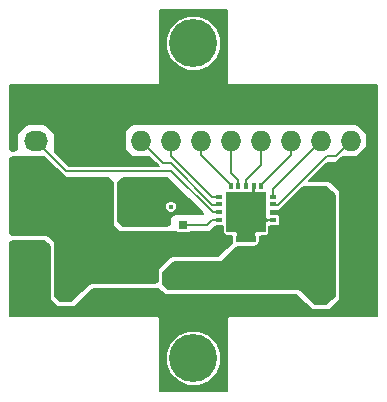
<source format=gtl>
G04 #@! TF.FileFunction,Copper,L1,Top,Signal*
%FSLAX46Y46*%
G04 Gerber Fmt 4.6, Leading zero omitted, Abs format (unit mm)*
G04 Created by KiCad (PCBNEW 4.0.2-stable) date Saturday, June 18, 2016 'PMt' 03:39:07 PM*
%MOMM*%
G01*
G04 APERTURE LIST*
%ADD10C,0.100000*%
%ADD11R,0.550000X0.400000*%
%ADD12R,0.400000X0.550000*%
%ADD13R,1.675000X1.675000*%
%ADD14R,1.600000X1.000000*%
%ADD15R,1.727200X1.727200*%
%ADD16O,1.727200X1.727200*%
%ADD17R,2.370000X2.430000*%
%ADD18R,0.750000X0.800000*%
%ADD19R,1.250000X1.000000*%
%ADD20R,2.032000X1.727200*%
%ADD21O,2.032000X1.727200*%
%ADD22C,4.064000*%
%ADD23C,0.400000*%
%ADD24C,0.200000*%
G04 APERTURE END LIST*
D10*
D11*
X93687900Y-39103300D03*
X93687900Y-38453300D03*
X93687900Y-37803300D03*
X93687900Y-37153300D03*
X93687900Y-36503300D03*
D12*
X92737900Y-35553300D03*
X92087900Y-35553300D03*
X91437900Y-35553300D03*
X90787900Y-35553300D03*
X90137900Y-35553300D03*
D11*
X89187900Y-36503300D03*
X89187900Y-37153300D03*
X89187900Y-37803300D03*
X89187900Y-38453300D03*
X89187900Y-39103300D03*
D12*
X90137900Y-40053300D03*
X90787900Y-40053300D03*
X91437900Y-40053300D03*
X92087900Y-40053300D03*
X92737900Y-40053300D03*
D13*
X90600400Y-36965800D03*
X90600400Y-38640800D03*
X92275400Y-36965800D03*
X92275400Y-38640800D03*
D14*
X79629000Y-42442000D03*
X79629000Y-45442000D03*
D15*
X100330000Y-36830000D03*
D16*
X97790000Y-36830000D03*
X100330000Y-39370000D03*
X97790000Y-39370000D03*
X100330000Y-41910000D03*
X97790000Y-41910000D03*
X100330000Y-44450000D03*
X97790000Y-44450000D03*
D17*
X83257000Y-37465000D03*
X77017000Y-37465000D03*
D18*
X86106000Y-38850000D03*
X86106000Y-37350000D03*
D19*
X85471000Y-43450000D03*
X85471000Y-45450000D03*
X87757000Y-43450000D03*
X87757000Y-45450000D03*
X90043000Y-43450000D03*
X90043000Y-45450000D03*
X92329000Y-43450000D03*
X92329000Y-45450000D03*
X94615000Y-43450000D03*
X94615000Y-45450000D03*
D15*
X73660000Y-44450000D03*
D16*
X76200000Y-44450000D03*
X73660000Y-41910000D03*
X76200000Y-41910000D03*
D20*
X73660000Y-29210000D03*
D21*
X73660000Y-31750000D03*
X73660000Y-34290000D03*
D15*
X82550000Y-29210000D03*
D16*
X82550000Y-31750000D03*
X85090000Y-29210000D03*
X85090000Y-31750000D03*
X87630000Y-29210000D03*
X87630000Y-31750000D03*
X90170000Y-29210000D03*
X90170000Y-31750000D03*
X92710000Y-29210000D03*
X92710000Y-31750000D03*
X95250000Y-29210000D03*
X95250000Y-31750000D03*
X97790000Y-29210000D03*
X97790000Y-31750000D03*
X100330000Y-29210000D03*
X100330000Y-31750000D03*
D22*
X86995000Y-23495000D03*
X86995000Y-50165000D03*
D23*
X85090000Y-37338000D03*
X92202000Y-38862000D03*
X91694000Y-38862000D03*
X91186000Y-38862000D03*
X90678000Y-38862000D03*
X92202000Y-36830000D03*
X91694000Y-36830000D03*
X91186000Y-36830000D03*
X90678000Y-36830000D03*
X91694000Y-38354000D03*
X91694000Y-37846000D03*
X91694000Y-37338000D03*
X91186000Y-37846000D03*
X92202000Y-37846000D03*
X92202000Y-38354000D03*
X91186000Y-38354000D03*
X90678000Y-38354000D03*
X90678000Y-37846000D03*
X92202000Y-37338000D03*
X91186000Y-37338000D03*
X90678000Y-37338000D03*
D24*
X88540000Y-38460000D02*
X88150000Y-38850000D01*
X88150000Y-38850000D02*
X86106000Y-38850000D01*
X89190000Y-38460000D02*
X88540000Y-38460000D01*
X85090000Y-34290000D02*
X76200000Y-34290000D01*
X88610000Y-37810000D02*
X85090000Y-34290000D01*
X89190000Y-37810000D02*
X88610000Y-37810000D01*
X73660000Y-31750000D02*
X76200000Y-34290000D01*
X85090000Y-33655000D02*
X84455000Y-33655000D01*
X84455000Y-33655000D02*
X82550000Y-31750000D01*
X88595000Y-37160000D02*
X85090000Y-33655000D01*
X89190000Y-37160000D02*
X88595000Y-37160000D01*
X85090000Y-33020000D02*
X85090000Y-31750000D01*
X88580000Y-36510000D02*
X85090000Y-33020000D01*
X89190000Y-36510000D02*
X88580000Y-36510000D01*
X90140000Y-35560000D02*
X90140000Y-35485000D01*
X90140000Y-35485000D02*
X87630000Y-32975000D01*
X87630000Y-32975000D02*
X87630000Y-31750000D01*
X90170000Y-34465000D02*
X90170000Y-31750000D01*
X90790000Y-35560000D02*
X90790000Y-35085000D01*
X90790000Y-35085000D02*
X90170000Y-34465000D01*
X92710000Y-33815000D02*
X92710000Y-31750000D01*
X91440000Y-35560000D02*
X91440000Y-35085000D01*
X91440000Y-35085000D02*
X92710000Y-33815000D01*
X92740000Y-35560000D02*
X92740000Y-35485000D01*
X92740000Y-35485000D02*
X95250000Y-32975000D01*
X95250000Y-32975000D02*
X95250000Y-31750000D01*
X93690000Y-36510000D02*
X93690000Y-35850000D01*
X93690000Y-35850000D02*
X97790000Y-31750000D01*
X98305000Y-33020000D02*
X99060000Y-33020000D01*
X99060000Y-33020000D02*
X100330000Y-31750000D01*
X93690000Y-37160000D02*
X94165000Y-37160000D01*
X94165000Y-37160000D02*
X98305000Y-33020000D01*
G36*
X98960000Y-36363422D02*
X98960000Y-44916578D01*
X98256578Y-45620000D01*
X97323422Y-45620000D01*
X96082711Y-44379289D01*
X96049629Y-44357350D01*
X96012000Y-44350000D01*
X84877422Y-44350000D01*
X84428000Y-43900578D01*
X84428000Y-42967422D01*
X85385422Y-42010000D01*
X89408000Y-42010000D01*
X89446906Y-42002121D01*
X89478711Y-41980711D01*
X90719422Y-40740000D01*
X92202000Y-40740000D01*
X92240906Y-40732121D01*
X92272711Y-40710711D01*
X92363463Y-40619959D01*
X92399073Y-40613258D01*
X92501179Y-40547555D01*
X92569678Y-40447303D01*
X92593777Y-40328300D01*
X92593777Y-39881645D01*
X92691245Y-39784177D01*
X93112900Y-39784177D01*
X93224073Y-39763258D01*
X93326179Y-39697555D01*
X93394678Y-39597303D01*
X93418777Y-39478300D01*
X93418777Y-39056645D01*
X93513422Y-38962000D01*
X94234000Y-38962000D01*
X94272906Y-38954121D01*
X94305681Y-38931727D01*
X94327161Y-38898346D01*
X94334000Y-38862000D01*
X94334000Y-38100000D01*
X94326121Y-38061094D01*
X94303727Y-38028319D01*
X94270346Y-38006839D01*
X94234000Y-38000000D01*
X94123582Y-38000000D01*
X94081903Y-37971522D01*
X93962900Y-37947423D01*
X93572000Y-37947423D01*
X93572000Y-37692000D01*
X94234000Y-37692000D01*
X94272906Y-37684121D01*
X94304711Y-37662711D01*
X96307422Y-35660000D01*
X98256578Y-35660000D01*
X98960000Y-36363422D01*
X98960000Y-36363422D01*
G37*
X98960000Y-36363422D02*
X98960000Y-44916578D01*
X98256578Y-45620000D01*
X97323422Y-45620000D01*
X96082711Y-44379289D01*
X96049629Y-44357350D01*
X96012000Y-44350000D01*
X84877422Y-44350000D01*
X84428000Y-43900578D01*
X84428000Y-42967422D01*
X85385422Y-42010000D01*
X89408000Y-42010000D01*
X89446906Y-42002121D01*
X89478711Y-41980711D01*
X90719422Y-40740000D01*
X92202000Y-40740000D01*
X92240906Y-40732121D01*
X92272711Y-40710711D01*
X92363463Y-40619959D01*
X92399073Y-40613258D01*
X92501179Y-40547555D01*
X92569678Y-40447303D01*
X92593777Y-40328300D01*
X92593777Y-39881645D01*
X92691245Y-39784177D01*
X93112900Y-39784177D01*
X93224073Y-39763258D01*
X93326179Y-39697555D01*
X93394678Y-39597303D01*
X93418777Y-39478300D01*
X93418777Y-39056645D01*
X93513422Y-38962000D01*
X94234000Y-38962000D01*
X94272906Y-38954121D01*
X94305681Y-38931727D01*
X94327161Y-38898346D01*
X94334000Y-38862000D01*
X94334000Y-38100000D01*
X94326121Y-38061094D01*
X94303727Y-38028319D01*
X94270346Y-38006839D01*
X94234000Y-38000000D01*
X94123582Y-38000000D01*
X94081903Y-37971522D01*
X93962900Y-37947423D01*
X93572000Y-37947423D01*
X93572000Y-37692000D01*
X94234000Y-37692000D01*
X94272906Y-37684121D01*
X94304711Y-37662711D01*
X96307422Y-35660000D01*
X98256578Y-35660000D01*
X98960000Y-36363422D01*
G36*
X89795000Y-26670000D02*
X89816000Y-26775575D01*
X89816000Y-26924000D01*
X89823879Y-26962906D01*
X89846273Y-26995681D01*
X89879654Y-27017161D01*
X89916000Y-27024000D01*
X90064425Y-27024000D01*
X90170000Y-27045000D01*
X102495000Y-27045000D01*
X102495000Y-46615000D01*
X90170000Y-46615000D01*
X90064425Y-46636000D01*
X89916000Y-46636000D01*
X89877094Y-46643879D01*
X89844319Y-46666273D01*
X89822839Y-46699654D01*
X89816000Y-46736000D01*
X89816000Y-46884425D01*
X89795000Y-46990000D01*
X89795000Y-52965000D01*
X84195000Y-52965000D01*
X84195000Y-50626828D01*
X84662596Y-50626828D01*
X85016873Y-51484246D01*
X85672303Y-52140821D01*
X86529101Y-52496595D01*
X87456828Y-52497404D01*
X88314246Y-52143127D01*
X88970821Y-51487697D01*
X89326595Y-50630899D01*
X89327404Y-49703172D01*
X88973127Y-48845754D01*
X88317697Y-48189179D01*
X87460899Y-47833405D01*
X86533172Y-47832596D01*
X85675754Y-48186873D01*
X85019179Y-48842303D01*
X84663405Y-49699101D01*
X84662596Y-50626828D01*
X84195000Y-50626828D01*
X84195000Y-46990000D01*
X84174000Y-46884425D01*
X84174000Y-46736000D01*
X84166121Y-46697094D01*
X84143727Y-46664319D01*
X84110346Y-46642839D01*
X84074000Y-46636000D01*
X83925575Y-46636000D01*
X83820000Y-46615000D01*
X71495000Y-46615000D01*
X71495000Y-40406422D01*
X71669422Y-40232000D01*
X74380578Y-40232000D01*
X74830000Y-40681422D01*
X74830000Y-45212000D01*
X74837879Y-45250906D01*
X74859289Y-45282711D01*
X75367289Y-45790711D01*
X75400371Y-45812650D01*
X75438000Y-45820000D01*
X76962000Y-45820000D01*
X77000906Y-45812121D01*
X77032711Y-45790711D01*
X78527422Y-44296000D01*
X84032578Y-44296000D01*
X84511289Y-44774711D01*
X84544371Y-44796650D01*
X84582000Y-44804000D01*
X95716578Y-44804000D01*
X96957289Y-46044711D01*
X96990371Y-46066650D01*
X97028000Y-46074000D01*
X98552000Y-46074000D01*
X98590906Y-46066121D01*
X98622711Y-46044711D01*
X99384711Y-45282711D01*
X99406650Y-45249629D01*
X99414000Y-45212000D01*
X99414000Y-36068000D01*
X99406121Y-36029094D01*
X99384711Y-35997289D01*
X98622711Y-35235289D01*
X98589629Y-35213350D01*
X98552000Y-35206000D01*
X96761422Y-35206000D01*
X98339422Y-33628000D01*
X99060000Y-33628000D01*
X99098906Y-33620121D01*
X99130711Y-33598711D01*
X99609422Y-33120000D01*
X100838000Y-33120000D01*
X100876906Y-33112121D01*
X100908711Y-33090711D01*
X101670711Y-32328711D01*
X101692650Y-32295629D01*
X101700000Y-32258000D01*
X101700000Y-31242000D01*
X101692121Y-31203094D01*
X101670711Y-31171289D01*
X100908711Y-30409289D01*
X100875629Y-30387350D01*
X100838000Y-30380000D01*
X81788000Y-30380000D01*
X81749094Y-30387879D01*
X81717289Y-30409289D01*
X81209289Y-30917289D01*
X81187350Y-30950371D01*
X81180000Y-30988000D01*
X81180000Y-32512000D01*
X81187879Y-32550906D01*
X81209289Y-32582711D01*
X81717289Y-33090711D01*
X81750371Y-33112650D01*
X81788000Y-33120000D01*
X83270578Y-33120000D01*
X84040578Y-33890000D01*
X76449422Y-33890000D01*
X75284000Y-32724578D01*
X75284000Y-31242000D01*
X75276121Y-31203094D01*
X75254711Y-31171289D01*
X74492711Y-30409289D01*
X74459629Y-30387350D01*
X74422000Y-30380000D01*
X72898000Y-30380000D01*
X72859094Y-30387879D01*
X72827289Y-30409289D01*
X72065289Y-31171289D01*
X72043350Y-31204371D01*
X72036000Y-31242000D01*
X72036000Y-32470578D01*
X71840578Y-32666000D01*
X71669422Y-32666000D01*
X71495000Y-32491578D01*
X71495000Y-27045000D01*
X83820000Y-27045000D01*
X83925575Y-27024000D01*
X84074000Y-27024000D01*
X84112906Y-27016121D01*
X84145681Y-26993727D01*
X84167161Y-26960346D01*
X84174000Y-26924000D01*
X84174000Y-26775575D01*
X84195000Y-26670000D01*
X84195000Y-23956828D01*
X84662596Y-23956828D01*
X85016873Y-24814246D01*
X85672303Y-25470821D01*
X86529101Y-25826595D01*
X87456828Y-25827404D01*
X88314246Y-25473127D01*
X88970821Y-24817697D01*
X89326595Y-23960899D01*
X89327404Y-23033172D01*
X88973127Y-22175754D01*
X88317697Y-21519179D01*
X87460899Y-21163405D01*
X86533172Y-21162596D01*
X85675754Y-21516873D01*
X85019179Y-22172303D01*
X84663405Y-23029101D01*
X84662596Y-23956828D01*
X84195000Y-23956828D01*
X84195000Y-20695000D01*
X89795000Y-20695000D01*
X89795000Y-26670000D01*
X89795000Y-26670000D01*
G37*
X89795000Y-26670000D02*
X89816000Y-26775575D01*
X89816000Y-26924000D01*
X89823879Y-26962906D01*
X89846273Y-26995681D01*
X89879654Y-27017161D01*
X89916000Y-27024000D01*
X90064425Y-27024000D01*
X90170000Y-27045000D01*
X102495000Y-27045000D01*
X102495000Y-46615000D01*
X90170000Y-46615000D01*
X90064425Y-46636000D01*
X89916000Y-46636000D01*
X89877094Y-46643879D01*
X89844319Y-46666273D01*
X89822839Y-46699654D01*
X89816000Y-46736000D01*
X89816000Y-46884425D01*
X89795000Y-46990000D01*
X89795000Y-52965000D01*
X84195000Y-52965000D01*
X84195000Y-50626828D01*
X84662596Y-50626828D01*
X85016873Y-51484246D01*
X85672303Y-52140821D01*
X86529101Y-52496595D01*
X87456828Y-52497404D01*
X88314246Y-52143127D01*
X88970821Y-51487697D01*
X89326595Y-50630899D01*
X89327404Y-49703172D01*
X88973127Y-48845754D01*
X88317697Y-48189179D01*
X87460899Y-47833405D01*
X86533172Y-47832596D01*
X85675754Y-48186873D01*
X85019179Y-48842303D01*
X84663405Y-49699101D01*
X84662596Y-50626828D01*
X84195000Y-50626828D01*
X84195000Y-46990000D01*
X84174000Y-46884425D01*
X84174000Y-46736000D01*
X84166121Y-46697094D01*
X84143727Y-46664319D01*
X84110346Y-46642839D01*
X84074000Y-46636000D01*
X83925575Y-46636000D01*
X83820000Y-46615000D01*
X71495000Y-46615000D01*
X71495000Y-40406422D01*
X71669422Y-40232000D01*
X74380578Y-40232000D01*
X74830000Y-40681422D01*
X74830000Y-45212000D01*
X74837879Y-45250906D01*
X74859289Y-45282711D01*
X75367289Y-45790711D01*
X75400371Y-45812650D01*
X75438000Y-45820000D01*
X76962000Y-45820000D01*
X77000906Y-45812121D01*
X77032711Y-45790711D01*
X78527422Y-44296000D01*
X84032578Y-44296000D01*
X84511289Y-44774711D01*
X84544371Y-44796650D01*
X84582000Y-44804000D01*
X95716578Y-44804000D01*
X96957289Y-46044711D01*
X96990371Y-46066650D01*
X97028000Y-46074000D01*
X98552000Y-46074000D01*
X98590906Y-46066121D01*
X98622711Y-46044711D01*
X99384711Y-45282711D01*
X99406650Y-45249629D01*
X99414000Y-45212000D01*
X99414000Y-36068000D01*
X99406121Y-36029094D01*
X99384711Y-35997289D01*
X98622711Y-35235289D01*
X98589629Y-35213350D01*
X98552000Y-35206000D01*
X96761422Y-35206000D01*
X98339422Y-33628000D01*
X99060000Y-33628000D01*
X99098906Y-33620121D01*
X99130711Y-33598711D01*
X99609422Y-33120000D01*
X100838000Y-33120000D01*
X100876906Y-33112121D01*
X100908711Y-33090711D01*
X101670711Y-32328711D01*
X101692650Y-32295629D01*
X101700000Y-32258000D01*
X101700000Y-31242000D01*
X101692121Y-31203094D01*
X101670711Y-31171289D01*
X100908711Y-30409289D01*
X100875629Y-30387350D01*
X100838000Y-30380000D01*
X81788000Y-30380000D01*
X81749094Y-30387879D01*
X81717289Y-30409289D01*
X81209289Y-30917289D01*
X81187350Y-30950371D01*
X81180000Y-30988000D01*
X81180000Y-32512000D01*
X81187879Y-32550906D01*
X81209289Y-32582711D01*
X81717289Y-33090711D01*
X81750371Y-33112650D01*
X81788000Y-33120000D01*
X83270578Y-33120000D01*
X84040578Y-33890000D01*
X76449422Y-33890000D01*
X75284000Y-32724578D01*
X75284000Y-31242000D01*
X75276121Y-31203094D01*
X75254711Y-31171289D01*
X74492711Y-30409289D01*
X74459629Y-30387350D01*
X74422000Y-30380000D01*
X72898000Y-30380000D01*
X72859094Y-30387879D01*
X72827289Y-30409289D01*
X72065289Y-31171289D01*
X72043350Y-31204371D01*
X72036000Y-31242000D01*
X72036000Y-32470578D01*
X71840578Y-32666000D01*
X71669422Y-32666000D01*
X71495000Y-32491578D01*
X71495000Y-27045000D01*
X83820000Y-27045000D01*
X83925575Y-27024000D01*
X84074000Y-27024000D01*
X84112906Y-27016121D01*
X84145681Y-26993727D01*
X84167161Y-26960346D01*
X84174000Y-26924000D01*
X84174000Y-26775575D01*
X84195000Y-26670000D01*
X84195000Y-23956828D01*
X84662596Y-23956828D01*
X85016873Y-24814246D01*
X85672303Y-25470821D01*
X86529101Y-25826595D01*
X87456828Y-25827404D01*
X88314246Y-25473127D01*
X88970821Y-24817697D01*
X89326595Y-23960899D01*
X89327404Y-23033172D01*
X88973127Y-22175754D01*
X88317697Y-21519179D01*
X87460899Y-21163405D01*
X86533172Y-21162596D01*
X85675754Y-21516873D01*
X85019179Y-22172303D01*
X84663405Y-23029101D01*
X84662596Y-23956828D01*
X84195000Y-23956828D01*
X84195000Y-20695000D01*
X89795000Y-20695000D01*
X89795000Y-26670000D01*
G36*
X76129289Y-34868711D02*
X76162371Y-34890650D01*
X76200000Y-34898000D01*
X79736432Y-34898000D01*
X80164000Y-35346058D01*
X80164000Y-38862000D01*
X80171879Y-38900906D01*
X80195000Y-38934381D01*
X80727887Y-39442381D01*
X80761483Y-39463523D01*
X80796887Y-39470000D01*
X85521582Y-39470000D01*
X85611997Y-39531778D01*
X85731000Y-39555877D01*
X86481000Y-39555877D01*
X86592173Y-39534958D01*
X86693121Y-39470000D01*
X88392000Y-39470000D01*
X88430906Y-39462121D01*
X88462711Y-39440711D01*
X88941422Y-38962000D01*
X89457023Y-38962000D01*
X89457023Y-39478300D01*
X89477942Y-39589473D01*
X89543645Y-39691579D01*
X89643897Y-39760078D01*
X89762900Y-39784177D01*
X90188755Y-39784177D01*
X90282023Y-39877445D01*
X90282023Y-40328300D01*
X90291249Y-40377329D01*
X89112578Y-41556000D01*
X85090000Y-41556000D01*
X85051094Y-41563879D01*
X85019289Y-41585289D01*
X84003289Y-42601289D01*
X83981350Y-42634371D01*
X83974000Y-42672000D01*
X83974000Y-43646578D01*
X83778578Y-43842000D01*
X78232000Y-43842000D01*
X78193094Y-43849879D01*
X78161289Y-43871289D01*
X76666578Y-45366000D01*
X75733422Y-45366000D01*
X75284000Y-44916578D01*
X75284000Y-40422252D01*
X75276121Y-40383346D01*
X75257103Y-40354018D01*
X74749103Y-39809766D01*
X74716797Y-39786700D01*
X74676000Y-39778000D01*
X71669422Y-39778000D01*
X71495000Y-39603578D01*
X71495000Y-33294422D01*
X71669422Y-33120000D01*
X74380578Y-33120000D01*
X76129289Y-34868711D01*
X76129289Y-34868711D01*
G37*
X76129289Y-34868711D02*
X76162371Y-34890650D01*
X76200000Y-34898000D01*
X79736432Y-34898000D01*
X80164000Y-35346058D01*
X80164000Y-38862000D01*
X80171879Y-38900906D01*
X80195000Y-38934381D01*
X80727887Y-39442381D01*
X80761483Y-39463523D01*
X80796887Y-39470000D01*
X85521582Y-39470000D01*
X85611997Y-39531778D01*
X85731000Y-39555877D01*
X86481000Y-39555877D01*
X86592173Y-39534958D01*
X86693121Y-39470000D01*
X88392000Y-39470000D01*
X88430906Y-39462121D01*
X88462711Y-39440711D01*
X88941422Y-38962000D01*
X89457023Y-38962000D01*
X89457023Y-39478300D01*
X89477942Y-39589473D01*
X89543645Y-39691579D01*
X89643897Y-39760078D01*
X89762900Y-39784177D01*
X90188755Y-39784177D01*
X90282023Y-39877445D01*
X90282023Y-40328300D01*
X90291249Y-40377329D01*
X89112578Y-41556000D01*
X85090000Y-41556000D01*
X85051094Y-41563879D01*
X85019289Y-41585289D01*
X84003289Y-42601289D01*
X83981350Y-42634371D01*
X83974000Y-42672000D01*
X83974000Y-43646578D01*
X83778578Y-43842000D01*
X78232000Y-43842000D01*
X78193094Y-43849879D01*
X78161289Y-43871289D01*
X76666578Y-45366000D01*
X75733422Y-45366000D01*
X75284000Y-44916578D01*
X75284000Y-40422252D01*
X75276121Y-40383346D01*
X75257103Y-40354018D01*
X74749103Y-39809766D01*
X74716797Y-39786700D01*
X74676000Y-39778000D01*
X71669422Y-39778000D01*
X71495000Y-39603578D01*
X71495000Y-33294422D01*
X71669422Y-33120000D01*
X74380578Y-33120000D01*
X76129289Y-34868711D01*
G36*
X87784000Y-37887422D02*
X87784000Y-38000000D01*
X85344000Y-38000000D01*
X85305094Y-38007879D01*
X85273289Y-38029289D01*
X85019289Y-38283289D01*
X84997350Y-38316371D01*
X84990000Y-38354000D01*
X84990000Y-38820578D01*
X84794578Y-39016000D01*
X81067422Y-39016000D01*
X80618000Y-38566578D01*
X80618000Y-37437020D01*
X84589913Y-37437020D01*
X84665873Y-37620857D01*
X84806403Y-37761633D01*
X84990107Y-37837913D01*
X85189020Y-37838087D01*
X85372857Y-37762127D01*
X85513633Y-37621597D01*
X85589913Y-37437893D01*
X85590087Y-37238980D01*
X85514127Y-37055143D01*
X85373597Y-36914367D01*
X85189893Y-36838087D01*
X84990980Y-36837913D01*
X84807143Y-36913873D01*
X84666367Y-37054403D01*
X84590087Y-37238107D01*
X84589913Y-37437020D01*
X80618000Y-37437020D01*
X80618000Y-35347422D01*
X81067422Y-34898000D01*
X84794578Y-34898000D01*
X87784000Y-37887422D01*
X87784000Y-37887422D01*
G37*
X87784000Y-37887422D02*
X87784000Y-38000000D01*
X85344000Y-38000000D01*
X85305094Y-38007879D01*
X85273289Y-38029289D01*
X85019289Y-38283289D01*
X84997350Y-38316371D01*
X84990000Y-38354000D01*
X84990000Y-38820578D01*
X84794578Y-39016000D01*
X81067422Y-39016000D01*
X80618000Y-38566578D01*
X80618000Y-37437020D01*
X84589913Y-37437020D01*
X84665873Y-37620857D01*
X84806403Y-37761633D01*
X84990107Y-37837913D01*
X85189020Y-37838087D01*
X85372857Y-37762127D01*
X85513633Y-37621597D01*
X85589913Y-37437893D01*
X85590087Y-37238980D01*
X85514127Y-37055143D01*
X85373597Y-36914367D01*
X85189893Y-36838087D01*
X84990980Y-36837913D01*
X84807143Y-36913873D01*
X84666367Y-37054403D01*
X84590087Y-37238107D01*
X84589913Y-37437020D01*
X80618000Y-37437020D01*
X80618000Y-35347422D01*
X81067422Y-34898000D01*
X84794578Y-34898000D01*
X87784000Y-37887422D01*
G36*
X92102000Y-36068000D02*
X92109879Y-36106906D01*
X92131289Y-36138711D01*
X92385289Y-36392711D01*
X92418371Y-36414650D01*
X92456000Y-36422000D01*
X92864000Y-36422000D01*
X92864000Y-38100000D01*
X92871879Y-38138906D01*
X92893289Y-38170711D01*
X93147289Y-38424711D01*
X93180371Y-38446650D01*
X93218000Y-38454000D01*
X93880000Y-38454000D01*
X93880000Y-38508000D01*
X93218000Y-38508000D01*
X93179094Y-38515879D01*
X93147289Y-38537289D01*
X92893289Y-38791289D01*
X92871350Y-38824371D01*
X92864000Y-38862000D01*
X92864000Y-39270000D01*
X92456000Y-39270000D01*
X92417094Y-39277879D01*
X92385289Y-39299289D01*
X92131289Y-39553289D01*
X92109350Y-39586371D01*
X92102000Y-39624000D01*
X92102000Y-40117559D01*
X91910307Y-40286000D01*
X90778000Y-40286000D01*
X90778000Y-39624000D01*
X90770121Y-39585094D01*
X90748711Y-39553289D01*
X90494711Y-39299289D01*
X90461629Y-39277350D01*
X90424000Y-39270000D01*
X90016000Y-39270000D01*
X90016000Y-36422000D01*
X91694000Y-36422000D01*
X91732906Y-36414121D01*
X91764711Y-36392711D01*
X92018711Y-36138711D01*
X92040650Y-36105629D01*
X92048000Y-36068000D01*
X92048000Y-35406000D01*
X92102000Y-35406000D01*
X92102000Y-36068000D01*
X92102000Y-36068000D01*
G37*
X92102000Y-36068000D02*
X92109879Y-36106906D01*
X92131289Y-36138711D01*
X92385289Y-36392711D01*
X92418371Y-36414650D01*
X92456000Y-36422000D01*
X92864000Y-36422000D01*
X92864000Y-38100000D01*
X92871879Y-38138906D01*
X92893289Y-38170711D01*
X93147289Y-38424711D01*
X93180371Y-38446650D01*
X93218000Y-38454000D01*
X93880000Y-38454000D01*
X93880000Y-38508000D01*
X93218000Y-38508000D01*
X93179094Y-38515879D01*
X93147289Y-38537289D01*
X92893289Y-38791289D01*
X92871350Y-38824371D01*
X92864000Y-38862000D01*
X92864000Y-39270000D01*
X92456000Y-39270000D01*
X92417094Y-39277879D01*
X92385289Y-39299289D01*
X92131289Y-39553289D01*
X92109350Y-39586371D01*
X92102000Y-39624000D01*
X92102000Y-40117559D01*
X91910307Y-40286000D01*
X90778000Y-40286000D01*
X90778000Y-39624000D01*
X90770121Y-39585094D01*
X90748711Y-39553289D01*
X90494711Y-39299289D01*
X90461629Y-39277350D01*
X90424000Y-39270000D01*
X90016000Y-39270000D01*
X90016000Y-36422000D01*
X91694000Y-36422000D01*
X91732906Y-36414121D01*
X91764711Y-36392711D01*
X92018711Y-36138711D01*
X92040650Y-36105629D01*
X92048000Y-36068000D01*
X92048000Y-35406000D01*
X92102000Y-35406000D01*
X92102000Y-36068000D01*
M02*

</source>
